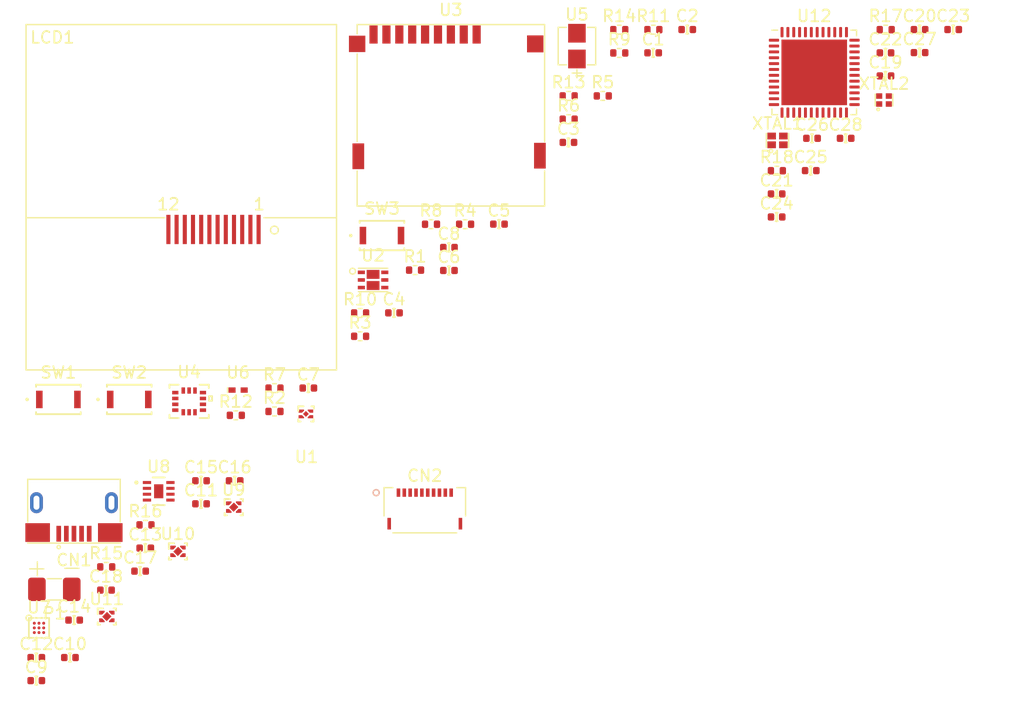
<source format=kicad_pcb>
(kicad_pcb (version 20211014) (generator pcbnew)
  (layers (0 "F.Cu" signal) (31 "B.Cu" signal) (34 "B.Paste" user) (35 "F.Paste" user) (36 "B.SilkS" user "B.Silkscreen") (37 "F.SilkS" user "F.Silkscreen") (38 "B.Mask" user) (39 "F.Mask" user) (44 "Edge.Cuts" user))
  (net 0 "")
  (net 1 "U_GND")
  (net 2 "VPP_3_3V")
  (net 3 "VDD_3_3V")
  (net 4 "Net-(C3-Pad2)")
  (net 5 "Net-(C4-Pad2)")
  (net 6 "Net-(C5-Pad2)")
  (net 7 "VDD")
  (net 8 "/MCU_power/BAT_charge")
  (net 9 "/MCU_power/VUSB")
  (net 10 "GNDREF")
  (net 11 "Net-(C11-Pad2)")
  (net 12 "VBAT")
  (net 13 "+1V8")
  (net 14 "/MCU/STM_NRST")
  (net 15 "Net-(C24-Pad2)")
  (net 16 "/MCU/OSC_OUT")
  (net 17 "/MCU/OSC_IN")
  (net 18 "/MCU/OSC32_OUT")
  (net 19 "/MCU/OSC32_IN")
  (net 20 "/MCU/STM_SWCLK")
  (net 21 "/MCU/STM_SWDIO")
  (net 22 "/LPS_SCLK")
  (net 23 "/I2S_WS")
  (net 24 "/LPS_MISO")
  (net 25 "/I2S_SD")
  (net 26 "/LPS_MOSI")
  (net 27 "/I2S_CK")
  (net 28 "/LPS_CS")
  (net 29 "/LPS_INT")
  (net 30 "/MCU_peripheral/LDC_K")
  (net 31 "/MCU/LCD_DC")
  (net 32 "/MCU/LCD_SCK")
  (net 33 "/MCU/LCD_MOSI")
  (net 34 "/MCU_peripheral/LCD_RST")
  (net 35 "Net-(R1-Pad1)")
  (net 36 "/MCU/LCD_PWM")
  (net 37 "Net-(R2-Pad2)")
  (net 38 "/MCU/SP_PWM")
  (net 39 "Net-(R3-Pad2)")
  (net 40 "/MCU/SD_D2")
  (net 41 "/MCU/SD_D3")
  (net 42 "/MCU/SD_CMD")
  (net 43 "/MCU/SD_D0")
  (net 44 "/MCU/SD_D1")
  (net 45 "/MCU/SW1")
  (net 46 "/MCU/SW2")
  (net 47 "/MCU/SW3")
  (net 48 "Net-(R15-Pad2)")
  (net 49 "/MCU/BAT_CG_POK")
  (net 50 "Net-(R18-Pad1)")
  (net 52 "/MCU_peripheral/SP_M")
  (net 53 "/MCU/SD_SCLK")
  (net 54 "/MCU/SD_SW")
  (net 55 "/MCU/BAT_IMU_SCL")
  (net 56 "/MCU/BAT_IMU_SDA")
  (net 62 "/MCU/BAT_CG_WAKE_OUT")
  (net 63 "/MCU/VPP_EN")
  (footprint "Resistor_SMD:R_0402_1005Metric" (layer "F.Cu") (at 177.16 75.56)
    (fp_text reference "R17" (at 0 -1.17) (layer "F.SilkS"))
    (fp_text value "100k")
    (pad "1" smd roundrect (at -0.51 0) (size 0.54 0.64) (layers "F.Cu" "F.Paste" "F.Mask") (net 3 "VDD_3_3V"))
    (pad "2" smd roundrect (at 0.51 0) (size 0.54 0.64) (layers "F.Cu" "F.Paste" "F.Mask") (net 14 "/MCU/STM_NRST"))
  )
  (footprint "Resistor_SMD:R_0402_1005Metric" (layer "F.Cu") (at 124.99 106.18)
    (fp_text reference "R7" (at 0 -1.17) (layer "F.SilkS"))
    (fp_text value "47k")
    (pad "1" smd roundrect (at -0.51 0) (size 0.54 0.64) (layers "F.Cu" "F.Paste" "F.Mask") (net 43 "/MCU/SD_D0"))
    (pad "2" smd roundrect (at 0.51 0) (size 0.54 0.64) (layers "F.Cu" "F.Paste" "F.Mask") (net 2 "VPP_3_3V"))
  )
  (footprint "User_library:SMT-0340-T-R" (layer "F.Cu") (at 150.805 76.965)
    (fp_text reference "U5" (at 0 -2.7) (layer "F.SilkS"))
    (fp_text value "SMT-0340-T-R")
    (pad "1" smd rect locked (at 0 1.1) (size 1.5 1.6) (layers "F.Cu" "F.Paste" "F.Mask") (net 2 "VPP_3_3V"))
    (pad "2" smd rect locked (at 0 -1.1) (size 1.5 1.6) (layers "F.Cu" "F.Paste" "F.Mask") (net 52 "/MCU_peripheral/SP_M"))
  )
  (footprint "Resistor_SMD:R_0402_1005Metric" (layer "F.Cu") (at 121.69 108.5)
    (fp_text reference "R12" (at 0 -1.17) (layer "F.SilkS"))
    (fp_text value "330")
    (pad "1" smd roundrect (at -0.51 0) (size 0.54 0.64) (layers "F.Cu" "F.Paste" "F.Mask") (net 4 "Net-(C3-Pad2)"))
    (pad "2" smd roundrect (at 0.51 0) (size 0.54 0.64) (layers "F.Cu" "F.Paste" "F.Mask") (net 45 "/MCU/SW1"))
  )
  (footprint "User_library:MAX17262REWL&plus_T" (layer "F.Cu") (at 104.890418 126.657718)
    (fp_text reference "U7" (at 0 -1.75) (layer "F.SilkS"))
    (fp_text value "MAX17262REWL+T" hide)
    (pad "A1" smd circle locked (at -0.4 -0.4) (size 0.254 0.254) (layers "F.Cu" "F.Paste" "F.Mask") (net 8 "/MCU_power/BAT_charge"))
    (pad "A2" smd circle locked (at 0 -0.4) (size 0.254 0.254) (layers "F.Cu" "F.Paste" "F.Mask") (net 8 "/MCU_power/BAT_charge"))
    (pad "A3" smd circle locked (at 0.4 -0.4) (size 0.254 0.254) (layers "F.Cu" "F.Paste" "F.Mask"))
    (pad "B1" smd circle locked (at -0.4 0) (size 0.254 0.254) (layers "F.Cu" "F.Paste" "F.Mask") (net 55 "/MCU/BAT_IMU_SCL"))
    (pad "B2" smd circle locked (at 0 0) (size 0.254 0.254) (layers "F.Cu" "F.Paste" "F.Mask") (net 1 "U_GND"))
    (pad "B3" smd circle locked (at 0.4 0) (size 0.254 0.254) (layers "F.Cu" "F.Paste" "F.Mask") (net 12 "VBAT"))
    (pad "C1" smd circle locked (at -0.4 0.4) (size 0.254 0.254) (layers "F.Cu" "F.Paste" "F.Mask") (net 56 "/MCU/BAT_IMU_SDA"))
    (pad "C2" smd circle locked (at 0 0.4) (size 0.254 0.254) (layers "F.Cu" "F.Paste" "F.Mask") (net 11 "Net-(C11-Pad2)"))
    (pad "C3" smd circle locked (at 0.4 0.4) (size 0.254 0.254) (layers "F.Cu" "F.Paste" "F.Mask") (net 1 "U_GND"))
  )
  (footprint "User_library:UL_C_0402_1005Metric" (layer "F.Cu") (at 167.85 89.59)
    (fp_text reference "C21" (at 0 -1.16) (layer "F.SilkS"))
    (fp_text value "2.2u")
    (pad "1" smd roundrect locked (at -0.48 0) (size 0.56 0.62) (layers "F.Cu" "F.Paste" "F.Mask") (net 1 "U_GND"))
    (pad "2" smd roundrect locked (at 0.48 0) (size 0.56 0.62) (layers "F.Cu" "F.Paste" "F.Mask") (net 3 "VDD_3_3V"))
  )
  (footprint "Resistor_SMD:R_0402_1005Metric" (layer "F.Cu") (at 154.42 77.55)
    (fp_text reference "R9" (at 0 -1.17) (layer "F.SilkS"))
    (fp_text value "100k")
    (pad "1" smd roundrect (at -0.51 0) (size 0.54 0.64) (layers "F.Cu" "F.Paste" "F.Mask") (net 1 "U_GND"))
    (pad "2" smd roundrect (at 0.51 0) (size 0.54 0.64) (layers "F.Cu" "F.Paste" "F.Mask") (net 4 "Net-(C3-Pad2)"))
  )
  (footprint "User_library:UL_C_0402_1005Metric" (layer "F.Cu") (at 104.66 129.19)
    (fp_text reference "C12" (at 0 -1.16) (layer "F.SilkS"))
    (fp_text value "2.2u")
    (pad "1" smd roundrect locked (at -0.48 0) (size 0.56 0.62) (layers "F.Cu" "F.Paste" "F.Mask") (net 8 "/MCU_power/BAT_charge"))
    (pad "2" smd roundrect locked (at 0.48 0) (size 0.56 0.62) (layers "F.Cu" "F.Paste" "F.Mask") (net 10 "GNDREF"))
  )
  (footprint "User_library:UL_C_0402_1005Metric" (layer "F.Cu") (at 107.53 129.19)
    (fp_text reference "C10" (at 0 -1.16) (layer "F.SilkS"))
    (fp_text value "1u")
    (pad "1" smd roundrect locked (at -0.48 0) (size 0.56 0.62) (layers "F.Cu" "F.Paste" "F.Mask") (net 9 "/MCU_power/VUSB"))
    (pad "2" smd roundrect locked (at 0.48 0) (size 0.56 0.62) (layers "F.Cu" "F.Paste" "F.Mask") (net 10 "GNDREF"))
  )
  (footprint "User_library:UL_C_0402_1005Metric" (layer "F.Cu") (at 177.14 77.54)
    (fp_text reference "C22" (at 0 -1.16) (layer "F.SilkS"))
    (fp_text value "100n")
    (pad "1" smd roundrect locked (at -0.48 0) (size 0.56 0.62) (layers "F.Cu" "F.Paste" "F.Mask") (net 1 "U_GND"))
    (pad "2" smd roundrect locked (at 0.48 0) (size 0.56 0.62) (layers "F.Cu" "F.Paste" "F.Mask") (net 3 "VDD_3_3V"))
  )
  (footprint "Resistor_SMD:R_0402_1005Metric" (layer "F.Cu") (at 132.3 99.76)
    (fp_text reference "R10" (at 0 -1.17) (layer "F.SilkS"))
    (fp_text value "100k")
    (pad "1" smd roundrect (at -0.51 0) (size 0.54 0.64) (layers "F.Cu" "F.Paste" "F.Mask") (net 1 "U_GND"))
    (pad "2" smd roundrect (at 0.51 0) (size 0.54 0.64) (layers "F.Cu" "F.Paste" "F.Mask") (net 5 "Net-(C4-Pad2)"))
  )
  (footprint "User_library:UL_C_0402_1005Metric" (layer "F.Cu") (at 180.05 75.55)
    (fp_text reference "C20" (at 0 -1.16) (layer "F.SilkS"))
    (fp_text value "1u")
    (pad "1" smd roundrect locked (at -0.48 0) (size 0.56 0.62) (layers "F.Cu" "F.Paste" "F.Mask") (net 1 "U_GND"))
    (pad "2" smd roundrect locked (at 0.48 0) (size 0.56 0.62) (layers "F.Cu" "F.Paste" "F.Mask") (net 3 "VDD_3_3V"))
  )
  (footprint "User_library:UL_C_0402_1005Metric" (layer "F.Cu") (at 170.76 87.6)
    (fp_text reference "C25" (at 0 -1.16) (layer "F.SilkS"))
    (fp_text value "4p")
    (pad "1" smd roundrect locked (at -0.48 0) (size 0.56 0.62) (layers "F.Cu" "F.Paste" "F.Mask") (net 1 "U_GND"))
    (pad "2" smd roundrect locked (at 0.48 0) (size 0.56 0.62) (layers "F.Cu" "F.Paste" "F.Mask") (net 16 "/MCU/OSC_OUT"))
  )
  (footprint "Resistor_SMD:R_0402_1005Metric" (layer "F.Cu") (at 136.99 96.1)
    (fp_text reference "R1" (at 0 -1.17) (layer "F.SilkS"))
    (fp_text value "100k")
    (pad "1" smd roundrect (at -0.51 0) (size 0.54 0.64) (layers "F.Cu" "F.Paste" "F.Mask") (net 35 "Net-(R1-Pad1)"))
    (pad "2" smd roundrect (at 0.51 0) (size 0.54 0.64) (layers "F.Cu" "F.Paste" "F.Mask") (net 36 "/MCU/LCD_PWM"))
  )
  (footprint "User_library:UL_C_0402_1005Metric" (layer "F.Cu") (at 182.92 75.55)
    (fp_text reference "C23" (at 0 -1.16) (layer "F.SilkS"))
    (fp_text value "100n")
    (pad "1" smd roundrect locked (at -0.48 0) (size 0.56 0.62) (layers "F.Cu" "F.Paste" "F.Mask") (net 1 "U_GND"))
    (pad "2" smd roundrect locked (at 0.48 0) (size 0.56 0.62) (layers "F.Cu" "F.Paste" "F.Mask") (net 14 "/MCU/STM_NRST"))
  )
  (footprint "User_library:UL_C_0402_1005Metric" (layer "F.Cu") (at 180.05 77.52)
    (fp_text reference "C27" (at 0 -1.16) (layer "F.SilkS"))
    (fp_text value "2p")
    (pad "1" smd roundrect locked (at -0.48 0) (size 0.56 0.62) (layers "F.Cu" "F.Paste" "F.Mask") (net 1 "U_GND"))
    (pad "2" smd roundrect locked (at 0.48 0) (size 0.56 0.62) (layers "F.Cu" "F.Paste" "F.Mask") (net 18 "/MCU/OSC32_OUT"))
  )
  (footprint "Resistor_SMD:R_0402_1005Metric" (layer "F.Cu") (at 110.63 121.45)
    (fp_text reference "R15" (at 0 -1.17) (layer "F.SilkS"))
    (fp_text value "8k")
    (pad "1" smd roundrect (at -0.51 0) (size 0.54 0.64) (layers "F.Cu" "F.Paste" "F.Mask") (net 10 "GNDREF"))
    (pad "2" smd roundrect (at 0.51 0) (size 0.54 0.64) (layers "F.Cu" "F.Paste" "F.Mask") (net 48 "Net-(R15-Pad2)"))
  )
  (footprint "User_library:UL_C_0402_1005Metric" (layer "F.Cu") (at 110.61 123.43)
    (fp_text reference "C18" (at 0 -1.16) (layer "F.SilkS"))
    (fp_text value "1u")
    (pad "1" smd roundrect locked (at -0.48 0) (size 0.56 0.62) (layers "F.Cu" "F.Paste" "F.Mask") (net 1 "U_GND"))
    (pad "2" smd roundrect locked (at 0.48 0) (size 0.56 0.62) (layers "F.Cu" "F.Paste" "F.Mask") (net 2 "VPP_3_3V"))
  )
  (footprint "User_library:UL_C_0402_1005Metric" (layer "F.Cu") (at 113.96 119.84)
    (fp_text reference "C13" (at 0 -1.16) (layer "F.SilkS"))
    (fp_text value "1u")
    (pad "1" smd roundrect locked (at -0.48 0) (size 0.56 0.62) (layers "F.Cu" "F.Paste" "F.Mask") (net 1 "U_GND"))
    (pad "2" smd roundrect locked (at 0.48 0) (size 0.56 0.62) (layers "F.Cu" "F.Paste" "F.Mask") (net 12 "VBAT"))
  )
  (footprint "User_library:UL_C_0402_1005Metric" (layer "F.Cu") (at 150.08 85.19)
    (fp_text reference "C3" (at 0 -1.16) (layer "F.SilkS"))
    (fp_text value "100n")
    (pad "1" smd roundrect locked (at -0.48 0) (size 0.56 0.62) (layers "F.Cu" "F.Paste" "F.Mask") (net 3 "VDD_3_3V"))
    (pad "2" smd roundrect locked (at 0.48 0) (size 0.56 0.62) (layers "F.Cu" "F.Paste" "F.Mask") (net 4 "Net-(C3-Pad2)"))
  )
  (footprint "User_library:UL_C_0402_1005Metric" (layer "F.Cu") (at 173.74 84.84)
    (fp_text reference "C28" (at 0 -1.16) (layer "F.SilkS"))
    (fp_text value "2p")
    (pad "1" smd roundrect locked (at -0.48 0) (size 0.56 0.62) (layers "F.Cu" "F.Paste" "F.Mask") (net 1 "U_GND"))
    (pad "2" smd roundrect locked (at 0.48 0) (size 0.56 0.62) (layers "F.Cu" "F.Paste" "F.Mask") (net 19 "/MCU/OSC32_IN"))
  )
  (footprint "User_library:UL_C_0402_1005Metric" (layer "F.Cu") (at 167.85 91.56)
    (fp_text reference "C24" (at 0 -1.16) (layer "F.SilkS"))
    (fp_text value "2.2u")
    (pad "1" smd roundrect locked (at -0.48 0) (size 0.56 0.62) (layers "F.Cu" "F.Paste" "F.Mask") (net 1 "U_GND"))
    (pad "2" smd roundrect locked (at 0.48 0) (size 0.56 0.62) (layers "F.Cu" "F.Paste" "F.Mask") (net 15 "Net-(C24-Pad2)"))
  )
  (footprint "User_library:MSDC-M61408(Micro_SD)" (layer "F.Cu") (at 140.045 82.925)
    (fp_text reference "U3" (at 0 -9.05) (layer "F.SilkS"))
    (fp_text value "MSDC-M61408")
    (pad "" np_thru_hole circle locked (at 3.05 3.85) (size 0.85 0.85) (drill 0.85) (layers *.Cu *.Mask))
    (pad "" np_thru_hole circle locked (at -4.95 3.85) (size 0.85 0.85) (drill 0.85) (layers *.Cu *.Mask))
    (pad "1" smd rect locked (at 2.2 -6.95) (size 0.7 1.55) (layers "F.Cu" "F.Paste" "F.Mask") (net 40 "/MCU/SD_D2"))
    (pad "2" smd rect locked (at 1.1 -6.95) (size 0.7 1.55) (layers "F.Cu" "F.Paste" "F.Mask") (net 41 "/MCU/SD_D3"))
    (pad "3" smd rect locked (at 0 -6.95) (size 0.7 1.55) (layers "F.Cu" "F.Paste" "F.Mask") (net 42 "/MCU/SD_CMD"))
    (pad "4" smd rect locked (at -1.1 -6.95) (size 0.7 1.55) (layers "F.Cu" "F.Paste" "F.Mask") (net 2 "VPP_3_3V"))
    (pad "5" smd rect locked (at -2.2 -6.95) (size 0.7 1.55) (layers "F.Cu" "F.Paste" "F.Mask") (net 53 "/MCU/SD_SCLK"))
    (pad "6" smd rect locked (at -3.3 -6.95) (size 0.7 1.55) (layers "F.Cu" "F.Paste" "F.Mask") (net 1 "U_GND"))
    (pad "7" smd rect locked (at -4.4 -6.95) (size 0.7 1.55) (layers "F.Cu" "F.Paste" "F.Mask") (net 43 "/MCU/SD_D0"))
    (pad "8" smd rect locked (at -5.5 -6.95) (size 0.7 1.55) (layers "F.Cu" "F.Paste" "F.Mask") (net 44 "/MCU/SD_D1"))
    (pad "9" smd rect locked (at -6.6 -6.95) (size 0.7 1.55) (layers "F.Cu" "F.Paste" "F.Mask") (net 54 "/MCU/SD_SW"))
    (pad "PD" smd rect locked (at 7.6 3.4) (size 1 2.2) (layers "F.Cu" "F.Paste" "F.Mask") (net 1 "U_GND"))
    (pad "PD" smd rect locked (at 7.2 -6.15) (size 1.4 1.45) (layers "F.Cu" "F.Paste" "F.Mask") (net 1 "U_GND"))
    (pad "PD" smd rect locked (at -7.9 3.45) (size 1 2.2) (layers "F.Cu" "F.Paste" "F.Mask") (net 1 "U_GND"))
    (pad "PD" smd rect locked (at -8 -6.15) (size 1.4 1.4) (layers "F.Cu" "F.Paste" "F.Mask") (net 1 "U_GND"))
  )
  (footprint "User_library:X2SON-4PIN" (layer "F.Cu") (at 116.750881 120.127399)
    (fp_text reference "U10" (at 0 -1.5) (layer "F.SilkS"))
    (fp_text value "TPS7A2033PDQNR")
    (pad "1" smd custom locked (at -0.51 -0.33) (size 0.18 0.22) (layers "F.Cu" "F.Paste" "F.Mask") (net 3 "VDD_3_3V") (options (clearance outline) (anchor rect)) (primitives (gr_poly (pts (xy 0.27 -0.08) (xy 0.09 0.11) (xy -0.09 0.11) (xy -0.09 -0.11) (xy 0.09 -0.11) (xy 0.27 -0.11)) (width 0) (fill yes)) (gr_poly (pts (xy 0.3 -0.07) (xy 0.1 0.14) (xy -0.12 0.14) (xy -0.12 -0.14) (xy 0.3 -0.14)) (width 0.05) (fill yes))))
    (pad "2" smd custom locked (at -0.51 0.32 180) (size 0.18 0.22) (layers "F.Cu" "F.Paste" "F.Mask") (net 1 "U_GND") (options (clearance outline) (anchor rect)) (primitives (gr_poly (pts (xy -0.27 -0.08) (xy -0.09 0.11) (xy 0.09 0.11) (xy 0.09 -0.11) (xy -0.09 -0.11) (xy -0.27 -0.11)) (width 0) (fill yes)) (gr_poly (pts (xy -0.3 -0.07) (xy -0.1 0.14) (xy 0.12 0.14) (xy 0.12 -0.14) (xy -0.3 -0.14)) (width 0.05) (fill yes))))
    (pad "3" smd custom locked (at 0.51 0.32 180) (size 0.18 0.22) (layers "F.Cu" "F.Paste" "F.Mask") (net 12 "VBAT") (options (clearance outline) (anchor rect)) (primitives (gr_poly (pts (xy 0.27 -0.08) (xy 0.09 0.11) (xy -0.09 0.11) (xy -0.09 -0.11) (xy 0.09 -0.11) (xy 0.27 -0.11)) (width 0) (fill yes)) (gr_poly (pts (xy 0.3 -0.07) (xy 0.1 0.14) (xy -0.12 0.14) (xy -0.12 -0.14) (xy 0.3 -0.14)) (width 0.05) (fill yes))))
    (pad "4" smd custom locked (at 0.51 -0.33) (size 0.18 0.22) (layers "F.Cu" "F.Paste" "F.Mask") (net 12 "VBAT") (options (clearance outline) (anchor rect)) (primitives (gr_poly (pts (xy -0.27 -0.08) (xy -0.09 0.11) (xy 0.09 0.11) (xy 0.09 -0.11) (xy -0.09 -0.11) (xy -0.27 -0.11)) (width 0) (fill yes)) (gr_poly (pts (xy -0.3 -0.07) (xy -0.1 0.14) (xy 0.12 0.14) (xy 0.12 -0.14) (xy -0.3 -0.14)) (width 0.05) (fill yes))))
    (pad "5" smd rect locked (at 0 0 135) (size 0.54 0.58) (layers "F.Cu" "F.Paste" "F.Mask") (net 1 "U_GND"))
  )
  (footprint "Resistor_SMD:R_0402_1005Metric" (layer "F.Cu") (at 150.1 83.21)
    (fp_text reference "R6" (at 0 -1.17) (layer "F.SilkS"))
    (fp_text value "47k")
    (pad "1" smd roundrect (at -0.51 0) (size 0.54 0.64) (layers "F.Cu" "F.Paste" "F.Mask") (net 42 "/MCU/SD_CMD"))
    (pad "2" smd roundrect (at 0.51 0) (size 0.54 0.64) (layers "F.Cu" "F.Paste" "F.Mask") (net 2 "VPP_3_3V"))
  )
  (footprint "User_library:UL_C_0402_1005Metric" (layer "F.Cu") (at 144.15 92.17)
    (fp_text reference "C5" (at 0 -1.16) (layer "F.SilkS"))
    (fp_text value "100n")
    (pad "1" smd roundrect locked (at -0.48 0) (size 0.56 0.62) (layers "F.Cu" "F.Paste" "F.Mask") (net 3 "VDD_3_3V"))
    (pad "2" smd roundrect locked (at 0.48 0) (size 0.56 0.62) (layers "F.Cu" "F.Paste" "F.Mask") (net 6 "Net-(C5-Pad2)"))
  )
  (footprint "Resistor_SMD:R_0402_1005Metric" (layer "F.Cu") (at 167.87 87.61)
    (fp_text reference "R18" (at 0 -1.17) (layer "F.SilkS"))
    (fp_text value "10k")
    (pad "1" smd roundrect (at -0.51 0) (size 0.54 0.64) (layers "F.Cu" "F.Paste" "F.Mask") (net 50 "Net-(R18-Pad1)"))
    (pad "2" smd roundrect (at 0.51 0) (size 0.54 0.64) (layers "F.Cu" "F.Paste" "F.Mask") (net 1 "U_GND"))
  )
  (footprint "User_library:NSV60101DMTWTBG" (layer "F.Cu") (at 133.405 96.9385)
    (fp_text reference "U2" (at 0 -2.1) (layer "F.SilkS"))
    (fp_text value "NSV60101DMTWTBG" hide)
    (pad "1" smd rect locked (at -1.0009 -0.649999 90) (size 0.3056 0.604799) (layers "F.Cu" "F.Paste" "F.Mask") (net 1 "U_GND"))
    (pad "2" smd rect locked (at -1.0009 0 90) (size 0.3056 0.604799) (layers "F.Cu" "F.Paste" "F.Mask") (net 35 "Net-(R1-Pad1)"))
    (pad "3" smd rect locked (at -1.0009 0.649999 90) (size 0.3056 0.604799) (layers "F.Cu" "F.Paste" "F.Mask") (net 52 "/MCU_peripheral/SP_M"))
    (pad "4" smd rect locked (at 1.0009 0.649999 90) (size 0.3056 0.604799) (layers "F.Cu" "F.Paste" "F.Mask") (net 1 "U_GND"))
    (pad "5" smd rect locked (at 1.0009 0 90) (size 0.3056 0.604799) (layers "F.Cu" "F.Paste" "F.Mask") (net 39 "Net-(R3-Pad2)"))
    (pad "6" smd rect locked (at 1.0009 -0.649999 90) (size 0.3056 0.604799) (layers "F.Cu" "F.Paste" "F.Mask") (net 37 "Net-(R2-Pad2)"))
    (pad "7" smd rect locked (at 0 -0.475) (size 1.0922 0.762) (layers "F.Cu" "F.Paste" "F.Mask") (net 37 "Net-(R2-Pad2)"))
    (pad "8" smd rect locked (at 0 0.475) (size 1.0922 0.762) (layers "F.Cu" "F.Paste" "F.Mask") (net 52 "/MCU_peripheral/SP_M"))
  )
  (footprint "Package_DFN_QFN:QFN-48-1EP_7x7mm_P0.5mm_EP5.6x5.6mm" (layer "F.Cu") (at 171.06 79.21)
    (fp_text reference "U12" (at 0 -4.82) (layer "F.SilkS"))
    (fp_text value "STM32F413CGUx")
    (pad "1" smd roundrect (at -3.4375 -2.75) (size 0.875 0.25) (layers "F.Cu" "F.Paste" "F.Mask") (net 3 "VDD_3_3V"))
    (pad "2" smd roundrect (at -3.4375 -2.25) (size 0.875 0.25) (layers "F.Cu" "F.Paste" "F.Mask") (net 28 "/LPS_CS"))
    (pad "3" smd roundrect (at -3.4375 -1.75) (size 0.875 0.25) (layers "F.Cu" "F.Paste" "F.Mask") (net 19 "/MCU/OSC32_IN"))
    (pad "4" smd roundrect (at -3.4375 -1.25) (size 0.875 0.25) (layers "F.Cu" "F.Paste" "F.Mask") (net 18 "/MCU/OSC32_OUT"))
    (pad "5" smd roundrect (at -3.4375 -0.75) (size 0.875 0.25) (layers "F.Cu" "F.Paste" "F.Mask") (net 17 "/MCU/OSC_IN"))
    (pad "6" smd roundrect (at -3.4375 -0.25) (size 0.875 0.25) (layers "F.Cu" "F.Paste" "F.Mask") (net 16 "/MCU/OSC_OUT"))
    (pad "7" smd roundrect (at -3.4375 0.25) (size 0.875 0.25) (layers "F.Cu" "F.Paste" "F.Mask") (net 14 "/MCU/STM_NRST"))
    (pad "8" smd roundrect (at -3.4375 0.75) (size 0.875 0.25) (layers "F.Cu" "F.Paste" "F.Mask") (net 1 "U_GND"))
    (pad "9" smd roundrect (at -3.4375 1.25) (size 0.875 0.25) (layers "F.Cu" "F.Paste" "F.Mask") (net 3 "VDD_3_3V"))
    (pad "10" smd roundrect (at -3.4375 1.75) (size 0.875 0.25) (layers "F.Cu" "F.Paste" "F.Mask") (net 62 "/MCU/BAT_CG_WAKE_OUT"))
    (pad "11" smd roundrect (at -3.4375 2.25) (size 0.875 0.25) (layers "F.Cu" "F.Paste" "F.Mask") (net 25 "/I2S_SD"))
    (pad "12" smd roundrect (at -3.4375 2.75) (size 0.875 0.25) (layers "F.Cu" "F.Paste" "F.Mask") (net 36 "/MCU/LCD_PWM"))
    (pad "13" smd roundrect (at -2.75 3.4375) (size 0.25 0.875) (layers "F.Cu" "F.Paste" "F.Mask") (net 49 "/MCU/BAT_CG_POK"))
    (pad "14" smd roundrect (at -2.25 3.4375) (size 0.25 0.875) (layers "F.Cu" "F.Paste" "F.Mask") (net 46 "/MCU/SW2"))
    (pad "15" smd roundrect (at -1.75 3.4375) (size 0.25 0.875) (layers "F.Cu" "F.Paste" "F.Mask") (net 45 "/MCU/SW1"))
    (pad "16" smd roundrect (at -1.25 3.4375) (size 0.25 0.875) (layers "F.Cu" "F.Paste" "F.Mask") (net 42 "/MCU/SD_CMD"))
    (pad "17" smd roundrect (at -0.75 3.4375) (size 0.25 0.875) (layers "F.Cu" "F.Paste" "F.Mask") (net 47 "/MCU/SW3"))
    (pad "18" smd roundrect (at -0.25 3.4375) (size 0.25 0.875) (layers "F.Cu" "F.Paste" "F.Mask") (net 32 "/MCU/LCD_SCK"))
    (pad "19" smd roundrect (at 0.25 3.4375) (size 0.25 0.875) (layers "F.Cu" "F.Paste" "F.Mask") (net 38 "/MCU/SP_PWM"))
    (pad "20" smd roundrect (at 0.75 3.4375) (size 0.25 0.875) (layers "F.Cu" "F.Paste" "F.Mask") (net 31 "/MCU/LCD_DC"))
    (pad "21" smd roundrect (at 1.25 3.4375) (size 0.25 0.875) (layers "F.Cu" "F.Paste" "F.Mask") (net 22 "/LPS_SCLK"))
    (pad "22" smd roundrect (at 1.75 3.4375) (size 0.25 0.875) (layers "F.Cu" "F.Paste" "F.Mask") (net 15 "Net-(C24-Pad2)"))
    (pad "23" smd roundrect (at 2.25 3.4375) (size 0.25 0.875) (layers "F.Cu" "F.Paste" "F.Mask") (net 1 "U_GND"))
    (pad "24" smd roundrect (at 2.75 3.4375) (size 0.25 0.875) (layers "F.Cu" "F.Paste" "F.Mask") (net 3 "VDD_3_3V"))
    (pad "25" smd roundrect (at 3.4375 2.75) (size 0.875 0.25) (layers "F.Cu" "F.Paste" "F.Mask") (net 23 "/I2S_WS"))
    (pad "26" smd roundrect (at 3.4375 2.25) (size 0.875 0.25) (layers "F.Cu" "F.Paste" "F.Mask") (net 27 "/I2S_CK"))
    (pad "27" smd roundrect (at 3.4375 1.75) (size 0.875 0.25) (layers "F.Cu" "F.Paste" "F.Mask") (net 24 "/LPS_MISO"))
    (pad "28" smd roundrect (at 3.4375 1.25) (size 0.875 0.25) (layers "F.Cu" "F.Paste" "F.Mask") (net 53 "/MCU/SD_SCLK"))
    (pad "29" smd roundrect (at 3.4375 0.75) (size 0.875 0.25) (layers "F.Cu" "F.Paste" "F.Mask") (net 44 "/MCU/SD_D1"))
    (pad "30" smd roundrect (at 3.4375 0.25) (size 0.875 0.25) (layers "F.Cu" "F.Paste" "F.Mask") (net 40 "/MCU/SD_D2"))
    (pad "31" smd roundrect (at 3.4375 -0.25) (size 0.875 0.25) (layers "F.Cu" "F.Paste" "F.Mask") (net 26 "/LPS_MOSI"))
    (pad "32" smd roundrect (at 3.4375 -0.75) (size 0.875 0.25) (layers "F.Cu" "F.Paste" "F.Mask") (net 54 "/MCU/SD_SW"))
    (pad "33" smd roundrect (at 3.4375 -1.25) (size 0.875 0.25) (layers "F.Cu" "F.Paste" "F.Mask") (net 63 "/MCU/VPP_EN"))
    (pad "34" smd roundrect (at 3.4375 -1.75) (size 0.875 0.25) (layers "F.Cu" "F.Paste" "F.Mask") (net 21 "/MCU/STM_SWDIO"))
    (pad "35" smd roundrect (at 3.4375 -2.25) (size 0.875 0.25) (layers "F.Cu" "F.Paste" "F.Mask") (net 1 "U_GND"))
    (pad "36" smd roundrect (at 3.4375 -2.75) (size 0.875 0.25) (layers "F.Cu" "F.Paste" "F.Mask") (net 3 "VDD_3_3V"))
    (pad "37" smd roundrect (at 2.75 -3.4375) (size 0.25 0.875) (layers "F.Cu" "F.Paste" "F.Mask") (net 20 "/MCU/STM_SWCLK"))
    (pad "38" smd roundrect (at 2.25 -3.4375) (size 0.25 0.875) (layers "F.Cu" "F.Paste" "F.Mask"))
    (pad "39" smd roundrect (at 1.75 -3.4375) (size 0.25 0.875) (layers "F.Cu" "F.Paste" "F.Mask") (net 29 "/LPS_INT"))
    (pad "40" smd roundrect (at 1.25 -3.4375) (size 0.25 0.875) (layers "F.Cu" "F.Paste" "F.Mask") (net 43 "/MCU/SD_D0"))
    (pad "41" smd roundrect (at 0.75 -3.4375) (size 0.25 0.875) (layers "F.Cu" "F.Paste" "F.Mask") (net 41 "/MCU/SD_D3"))
    (pad "42" smd roundrect (at 0.25 -3.4375) (size 0.25 0.875) (layers "F.Cu" "F.Paste" "F.Mask") (net 55 "/MCU/BAT_IMU_SCL"))
    (pad "43" smd roundrect (at -0.25 -3.4375) (size 0.25 0.875) (layers "F.Cu" "F.Paste" "F.Mask") (net 56 "/MCU/BAT_IMU_SDA"))
    (pad "44" smd roundrect (at -0.75 -3.4375) (size 0.25 0.875) (layers "F.Cu" "F.Paste" "F.Mask") (net 50 "Net-(R18-Pad1)"))
    (pad "45" smd roundrect (at -1.25 -3.4375) (size 0.25 0.875) (layers "F.Cu" "F.Paste" "F.Mask") (net 33 "/MCU/LCD_MOSI"))
    (pad "46" smd roundrect (at -1.75 -3.4375) (size 0.25 0.875) (layers "F.Cu" "F.Paste" "F.Mask") (net 34 "/MCU_peripheral/LCD_RST"))
    (pad "47" smd roundrect (at -2.25 -3.4375) (size 0.25 0.875) (layers "F.Cu" "F.Paste" "F.Mask") (net 1 "U_GND"))
    (pad "48" smd roundrect (at -2.75 -3.4375) (size 0.25 0.875) (layers "F.Cu" "F.Paste" "F.Mask") (net 3 "VDD_3_3V"))
    (pad "49" smd rect (at 0 0) (size 5.6 5.6) (layers "F.Cu" "F.Mask") (net 1 "U_GND"))
  )
  (footprint "User_library:UL_C_0402_1005Metric" (layer "F.Cu") (at 139.88 94.16)
    (fp_text reference "C8" (at 0 -1.16) (layer "F.SilkS"))
    (fp_text value "0.1u")
    (pad "1" smd roundrect locked (at -0.48 0) (size 0.56 0.62) (layers "F.Cu" "F.Paste" "F.Mask") (net 7 "VDD"))
    (pad "2" smd roundrect locked (at 0.48 0) (size 0.56 0.62) (layers "F.Cu" "F.Paste" "F.Mask") (net 1 "U_GND"))
  )
  (footprint "User_library:TLV803EA29DPWR" (layer "F.Cu") (at 127.6712 108.3812)
    (fp_text reference "U1" (at 0.05 3.675) (layer "F.SilkS"))
    (fp_text value "TLV803EA29DPWR")
    (pad "1" smd custom (at -0.48 -0.24) (size 0.18 0.22) (layers "F.Cu" "F.Paste" "F.Mask") (net 34 "/MCU_peripheral/LCD_RST") (options (clearance outline) (anchor rect)) (primitives (gr_poly (pts (xy 0.3 -0.05) (xy 0.14 0.11) (xy -0.12 0.11) (xy -0.12 -0.11) (xy 0.3 -0.11)) (width 0.05) (fill yes))))
    (pad "2" smd custom (at -0.48 0.24 180) (size 0.22 0.22) (layers "F.Cu" "F.Paste" "F.Mask") (options (clearance outline) (anchor rect)) (primitives (gr_poly (pts (xy -0.3 -0.05) (xy -0.14 0.11) (xy 0.12 0.11) (xy 0.12 -0.11) (xy -0.3 -0.11)) (width 0.05) (fill yes))))
    (pad "3" smd rect (at 0 0 135) (size 0.35 0.35) (layers "F.Cu" "F.Paste" "F.Mask") (net 1 "U_GND"))
    (pad "4" smd custom (at 0.48 0.24 180) (size 0.18 0.22) (layers "F.Cu" "F.Paste" "F.Mask") (net 1 "U_GND") (options (clearance outline) (anchor rect)) (primitives (gr_poly (pts (xy 0.3 -0.05) (xy 0.14 0.11) (xy -0.12 0.11) (xy -0.12 -0.11) (xy 0.3 -0.11)) (width 0.05) (fill yes))))
    (pad "5" smd custom (at 0.48 -0.24) (size 0.18 0.22) (layers "F.Cu" "F.Paste" "F.Mask") (net 2 "VPP_3_3V") (options (clearance outline) (anchor rect)) (primitives (gr_poly (pts (xy -0.3 -0.05) (xy -0.14 0.11) (xy 0.12 0.11) (xy 0.12 -0.11) (xy -0.3 -0.11)) (width 0.05) (fill yes))))
  )
  (footprint "Resistor_SMD:R_0402_1005Metric" (layer "F.Cu") (at 124.99 108.17)
    (fp_text reference "R2" (at 0 -1.17) (layer "F.SilkS"))
    (fp_text value "10")
    (pad "1" smd roundrect (at -0.51 0) (size 0.54 0.64) (layers "F.Cu" "F.Paste" "F.Mask") (net 30 "/MCU_peripheral/LDC_K"))
    (pad "2" smd roundrect (at 0.51 0) (size 0.54 0.64) (layers "F.Cu" "F.Paste" "F.Mask") (net 37 "Net-(R2-Pad2)"))
  )
  (footprint "User_library:UL_C_0402_1005Metric" (layer "F.Cu") (at 160.22 75.55)
    (fp_text reference "C2" (at 0 -1.16) (layer "F.SilkS"))
    (fp_text value "4.7u")
    (pad "1" smd roundrect locked (at -0.48 0) (size 0.56 0.62) (layers "F.Cu" "F.Paste" "F.Mask") (net 1 "U_GND"))
    (pad "2" smd roundrect locked (at 0.48 0) (size 0.56 0.62) (layers "F.Cu" "F.Paste" "F.Mask") (net 2 "VPP_3_3V"))
  )
  (footprint "Resistor_SMD:R_0402_1005Metric" (layer "F.Cu") (at 157.33 75.56)
    (fp_text reference "R11" (at 0 -1.17) (layer "F.SilkS"))
    (fp_text value "100k")
    (pad "1" smd roundrect (at -0.51 0) (size 0.54 0.64) (layers "F.Cu" "F.Paste" "F.Mask") (net 1 "U_GND"))
    (pad "2" smd roundrect (at 0.51 0) (size 0.54 0.64) (layers "F.Cu" "F.Paste" "F.Mask") (net 6 "Net-(C5-Pad2)"))
  )
  (footprint "User_library:ABS04W" (layer "F.Cu") (at 177.015 81.57)
    (fp_text reference "XTAL2" (at 0 -1.4) (layer "F.SilkS"))
    (fp_text value "ABS04W-32.768KHZ-6-D2-T5")
    (pad "1" smd rect locked (at -0.41 0.34) (size 0.52 0.47) (layers "F.Cu" "F.Paste" "F.Mask") (net 18 "/MCU/OSC32_OUT"))
    (pad "2" smd rect locked (at 0.41 0.34) (size 0.52 0.47) (layers "F.Cu" "F.Paste" "F.Mask") (net 1 "U_GND"))
    (pad "3" smd rect locked (at 0.41 -0.34) (size 0.52 0.47) (layers "F.Cu" "F.Paste" "F.Mask") (net 19 "/MCU/OSC32_IN"))
    (pad "4" smd rect locked (at -0.41 -0.34) (size 0.52 0.47) (layers "F.Cu" "F.Paste" "F.Mask") (net 1 "U_GND"))
  )
  (footprint "User_library:UL_C_0402_1005Metric" (layer "F.Cu") (at 177.14 79.51)
    (fp_text reference "C19" (at 0 -1.16) (layer "F.SilkS"))
    (fp_text value "100n")
    (pad "1" smd roundrect locked (at -0.48 0) (size 0.56 0.62) (layers "F.Cu" "F.Paste" "F.Mask") (net 1 "U_GND"))
    (pad "2" smd roundrect locked (at 0.48 0) (size 0.56 0.62) (layers "F.Cu" "F.Paste" "F.Mask") (net 3 "VDD_3_3V"))
  )
  (footprint "Resistor_SMD:R_0402_1005Metric" (layer "F.Cu") (at 141.26 92.18)
    (fp_text reference "R4" (at 0 -1.17) (layer "F.SilkS"))
    (fp_text value "47k")
    (pad "1" smd roundrect (at -0.51 0) (size 0.54 0.64) (layers "F.Cu" "F.Paste" "F.Mask") (net 40 "/MCU/SD_D2"))
    (pad "2" smd roundrect (at 0.51 0) (size 0.54 0.64) (layers "F.Cu" "F.Paste" "F.Mask") (net 2 "VPP_3_3V"))
  )
  (footprint "User_library:Battey_PAD" (layer "F.Cu") (at 106.2 123.365)
    (fp_text reference "P1" (at 0 2.05) (layer "F.SilkS"))
    (fp_text value "Battey_PAD")
    (pad "1" smd roundrect locked (at -1.4875 0) (size 1.5 2) (layers "F.Cu" "F.Paste" "F.Mask") (roundrect_rratio 0.175) (net 8 "/MCU_power/BAT_charge"))
    (pad "2" smd roundrect locked (at 1.4875 0) (size 1.5 2) (layers "F.Cu" "F.Paste" "F.Mask") (roundrect_rratio 0.175) (net 10 "GNDREF"))
  )
  (footprint "User_library:UL_C_0402_1005Metric" (layer "F.Cu") (at 118.72 114.09)
    (fp_text reference "C15" (at 0 -1.16) (layer "F.SilkS"))
    (fp_text value "1u")
    (pad "1" smd roundrect locked (at -0.48 0) (size 0.56 0.62) (layers "F.Cu" "F.Paste" "F.Mask") (net 1 "U_GND"))
    (pad "2" smd roundrect locked (at 0.48 0) (size 0.56 0.62) (layers "F.Cu" "F.Paste" "F.Mask") (net 12 "VBAT"))
  )
  (footprint "User_library:CDBQR43-HF" (layer "F.Cu") (at 121.885899 106.3454)
    (fp_text reference "U6" (at 0 -1.5) (layer "F.SilkS"))
    (fp_text value "CDBQR43-HF")
    (pad "1" smd rect locked (at -0.5183 0) (size 0.604799 0.458) (layers "F.Cu" "F.Paste" "F.Mask") (net 2 "VPP_3_3V"))
    (pad "2" smd rect locked (at 0.5183 0) (size 0.604799 0.458) (layers "F.Cu" "F.Paste" "F.Mask") (net 52 "/MCU_peripheral/SP_M"))
  )
  (footprint "User_library:UL_C_0402_1005Metric" (layer "F.Cu") (at 139.88 96.13)
    (fp_text reference "C6" (at 0 -1.16) (layer "F.SilkS"))
    (fp_text value "0.1u")
    (pad "1" smd roundrect locked (at -0.48 0) (size 0.56 0.62) (layers "F.Cu" "F.Paste" "F.Mask") (net 7 "VDD"))
    (pad "2" smd roundrect locked (at 0.48 0) (size 0.56 0.62) (layers "F.Cu" "F.Paste" "F.Mask") (net 1 "U_GND"))
  )
  (footprint "User_library:UL_C_0402_1005Metric" (layer "F.Cu") (at 170.87 84.84)
    (fp_text reference "C26" (at 0 -1.16) (layer "F.SilkS"))
    (fp_text value "4p")
    (pad "1" smd roundrect locked (at -0.48 0) (size 0.56 0.62) (layers "F.Cu" "F.Paste" "F.Mask") (net 1 "U_GND"))
    (pad "2" smd roundrect locked (at 0.48 0) (size 0.56 0.62) (layers "F.Cu" "F.Paste" "F.Mask") (net 17 "/MCU/OSC_IN"))
  )
  (footprint "Resistor_SMD:R_0402_1005Metric" (layer "F.Cu") (at 153.01 81.22)
    (fp_text reference "R5" (at 0 -1.17) (layer "F.SilkS"))
    (fp_text value "47k")
    (pad "1" smd roundrect (at -0.51 0) (size 0.54 0.64) (layers "F.Cu" "F.Paste" "F.Mask") (net 41 "/MCU/SD_D3"))
    (pad "2" smd roundrect (at 0.51 0) (size 0.54 0.64) (layers "F.Cu" "F.Paste" "F.Mask") (net 2 "VPP_3_3V"))
  )
  (footprint "User_library:UL_C_0402_1005Metric" (layer "F.Cu") (at 127.88 106.17)
    (fp_text reference "C7" (at 0 -1.16) (layer "F.SilkS"))
    (fp_text value "10u")
    (pad "1" smd roundrect locked (at -0.48 0) (size 0.56 0.62) (layers "F.Cu" "F.Paste" "F.Mask") (net 1 "U_GND"))
    (pad "2" smd roundrect locked (at 0.48 0) (size 0.56 0.62) (layers "F.Cu" "F.Paste" "F.Mask") (net 2 "VPP_3_3V"))
  )
  (footprint "User_library:UL_C_0402_1005Metric" (layer "F.Cu") (at 104.66 131.16)
    (fp_text reference "C9" (at 0 -1.16) (layer "F.SilkS"))
    (fp_text value "0.1u")
    (pad "1" smd roundrect locked (at -0.48 0) (size 0.56 0.62) (layers "F.Cu" "F.Paste" "F.Mask") (net 1 "U_GND"))
    (pad "2" smd roundrect locked (at 0.48 0) (size 0.56 0.62) (layers "F.Cu" "F.Paste" "F.Mask") (net 8 "/MCU_power/BAT_charge"))
  )
  (footprint "Resistor_SMD:R_0402_1005Metric" (layer "F.Cu") (at 154.42 75.56)
    (fp_text reference "R14" (at 0 -1.17) (layer "F.SilkS"))
    (fp_text value "330")
    (pad "1" smd roundrect (at -0.51 0) (size 0.54 0.64) (layers "F.Cu" "F.Paste" "F.Mask") (net 6 "Net-(C5-Pad2)"))
    (pad "2" smd roundrect (at 0.51 0) (size 0.54 0.64) (layers "F.Cu" "F.Paste" "F.Mask") (net 47 "/MCU/SW3"))
  )
  (footprint "User_library:ABM12W" (layer "F.Cu") (at 167.925 85.02)
    (fp_text reference "XTAL1" (at 0 -1.45) (layer "F.SilkS"))
    (fp_text value "ABM12W-25.0000MHZ-7-B1U-T3")
    (pad "1" smd rect locked (at -0.5 0.375) (size 0.73 0.58) (layers "F.Cu" "F.Paste" "F.Mask") (net 16 "/MCU/OSC_OUT"))
    (pad "2" smd rect locked (at 0.5 0.375) (size 0.73 0.58) (layers "F.Cu" "F.Paste" "F.Mask") (net 1 "U_GND"))
    (pad "3" smd rect locked (at 0.5 -0.375) (size 0.73 0.58) (layers "F.Cu" "F.Paste" "F.Mask") (net 17 "/MCU/OSC_IN"))
    (pad "4" smd rect locked (at -0.5 -0.375) (size 0.73 0.58) (layers "F.Cu" "F.Paste" "F.Mask") (net 1 "U_GND"))
  )
  (footprint "User_library:UL_C_0402_1005Metric" (layer "F.Cu") (at 157.31 77.54)
    (fp_text reference "C1" (at 0 -1.16) (layer "F.SilkS"))
    (fp_text value "4.7u")
    (pad "1" smd roundrect locked (at -0.48 0) (size 0.56 0.62) (layers "F.Cu" "F.Paste" "F.Mask") (net 1 "U_GND"))
    (pad "2" smd roundrect locked (at 0.48 0) (size 0.56 0.62) (layers "F.Cu" "F.Paste" "F.Mask") (net 2 "VPP_3_3V"))
  )
  (footprint "User_library:EVP-AWED2A" (layer "F.Cu") (at 134.1644 93.1455)
    (fp_text reference "SW3" (at 0 -2.3) (layer "F.SilkS"))
    (fp_text value "EVP-AWED2A")
    (pad "1" smd rect locked (at -1.6256 0) (size 0.5588 1.4986) (layers "F.Cu" "F.Paste" "F.Mask") (net 3 "VDD_3_3V"))
    (pad "2" smd rect locked (at 1.6256 0) (size 0.5588 1.4986) (layers "F.Cu" "F.Paste" "F.Mask") (net 6 "Net-(C5-Pad2)"))
  )
  (footprint "User_library:X2SON-4PIN" (layer "F.Cu") (at 110.680881 125.687399)
    (fp_text reference "U11" (at 0 -1.5) (layer "F.SilkS"))
    (fp_text value "TPS7A2033PDQNR")
    (pad "1" smd custom locked (at -0.51 -0.33) (size 0.18 0.22) (layers "F.Cu" "F.Paste" "F.Mask") (net 2 "VPP_3_3V") (options (clearance outline) (anchor rect)) (primitives (gr_poly (pts (xy 0.27 -0.08) (xy 0.09 0.11) (xy -0.09 0.11) (xy -0.09 -0.11) (xy 0.09 -0.11) (xy 0.27 -0.11)) (width 0) (fill yes)) (gr_poly (pts (xy 0.3 -0.07) (xy 0.1 0.14) (xy -0.12 0.14) (xy -0.12 -0.14) (xy 0.3 -0.14)) (width 0.05) (fill yes))))
    (pad "2" smd custom locked (at -0.51 0.32 180) (size 0.18 0.22) (layers "F.Cu" "F.Paste" "F.Mask") (net 1 "U_GND") (options (clearance outline) (anchor rect)) (primitives (gr_poly (pts (xy -0.27 -0.08) (xy -0.09 0.11) (xy 0.09 0.11) (xy 0.09 -0.11) (xy -0.09 -0.11) (xy -0.27 -0.11)) (width 0) (fill yes)) (gr_poly (pts (xy -0.3 -0.07) (xy -0.1 0.14) (xy 0.12 0.14) (xy 0.12 -0.14) (xy -0.3 -0.14)) (width 0.05) (fill yes))))
    (pad "3" smd custom locked (at 0.51 0.32 180) (size 0.18 0.22) (layers "F.Cu" "F.Paste" "F.Mask") (net 63 "/MCU/VPP_EN") (options (clearance outline) (anchor rect)) (primitives (gr_poly (pts (xy 0.27 -0.08) (xy 0.09 0.11) (xy -0.09 0.11) (xy -0.09 -0.11) (xy 0.09 -0.11) (xy 0.27 -0.11)) (width 0) (fill yes)) (gr_poly (pts (xy 0.3 -0.07) (xy 0.1 0.14) (xy -0.12 0.14) (xy -0.12 -0.14) (xy 0.3 -0.14)) (width 0.05) (fill yes))))
    (pad "4" smd custom locked (at 0.51 -0.33) (size 0.18 0.22) (layers "F.Cu" "F.Paste" "F.Mask") (net 12 "VBAT") (options (clearance outline) (anchor rect)) (primitives (gr_poly (pts (xy -0.27 -0.08) (xy -0.09 0.11) (xy 0.09 0.11) (xy 0.09 -0.11) (xy -0.09 -0.11) (xy -0.27 -0.11)) (width 0) (fill yes)) (gr_poly (pts (xy -0.3 -0.07) (xy -0.1 0.14) (xy 0.12 0.14) (xy 0.12 -0.14) (xy -0.3 -0.14)) (width 0.05) (fill yes))))
    (pad "5" smd rect locked (at 0 0 135) (size 0.54 0.58) (layers "F.Cu" "F.Paste" "F.Mask") (net 1 "U_GND"))
  )
  (footprint "User_library:MCU-U52105" (layer "F.Cu") (at 107.875 115.965)
    (fp_text reference "CN1" (at 0 4.9) (layer "F.SilkS"))
    (fp_text value "MCU-U52105" hide)
    (pad "1" smd rect locked (at -1.3 2.65) (size 0.4 1.35) (layers "F.Cu" "F.Paste" "F.Mask") (net 10 "GNDREF"))
    (pad "2" smd rect locked (at -0.65 2.65) (size 0.4 1.35) (layers "F.Cu" "F.Paste" "F.Mask") (net 14 "/MCU/STM_NRST"))
    (pad "3" smd rect locked (at 0 2.65) (size 0.4 1.35) (layers "F.Cu" "F.Paste" "F.Mask") (net 20 "/MCU/STM_SWCLK"))
    (pad "4" smd rect locked (at 0.65 2.65) (size 0.4 1.35) (layers "F.Cu" "F.Paste" "F.Mask") (net 21 "/MCU/STM_SWDIO"))
    (pad "5" smd rect locked (at 1.3 2.65) (size 0.4 1.35) (layers "F.Cu" "F.Paste" "F.Mask") (net 9 "/MCU_power/VUSB"))
    (pad "PD" thru_hole oval locked (at -3.2 0) (size 1.1 1.8) (drill oval 0.5 1.2) (layers *.Cu *.Mask) (net 10 "GNDREF"))
    (pad "PD" smd rect locked (at 3.1 2.55) (size 2.1 1.6) (layers "F.Cu" "F.Paste" "F.Mask") (net 10 "GNDREF"))
    (pad "PD" smd rect locked (at -3.1 2.55) (size 2.1 1.6) (layers "F.Cu" "F.Paste" "F.Mask") (net 10 "GNDREF"))
    (pad "PD" thru_hole oval locked (at 3.2 0) (size 1.1 1.8) (drill oval 0.5 1.2) (layers *.Cu *.Mask) (net 10 "GNDREF"))
  )
  (footprint "User_library:EVP-AWED2A" (layer "F.Cu") (at 106.5444 107.1455)
    (fp_text reference "SW1" (at 0 -2.3) (layer "F.SilkS"))
    (fp_text value "EVP-AWED2A")
    (pad "1" smd rect locked (at -1.6256 0) (size 0.5588 1.4986) (layers "F.Cu" "F.Paste" "F.Mask") (net 3 "VDD_3_3V"))
    (pad "2" smd rect locked (at 1.6256 0) (size 0.5588 1.4986) (layers "F.Cu" "F.Paste" "F.Mask") (net 4 "Net-(C3-Pad2)"))
  )
  (footprint "User_library:MAX8814ETA&plus_T" (layer "F.Cu") (at 115.107699 114.9893)
    (fp_text reference "U8" (at 0 -2.1) (layer "F.SilkS"))
    (fp_text value "MAX8814ETA+T")
    (pad "1" smd rect locked (at -1.0009 -0.750001) (size 0.706399 0.2548) (layers "F.Cu" "F.Paste" "F.Mask") (net 9 "/MCU_power/VUSB"))
    (pad "2" smd rect locked (at -1.0009 -0.25) (size 0.706399 0.2548) (layers "F.Cu" "F.Paste" "F.Mask") (net 10 "GNDREF"))
    (pad "3" smd rect locked (at -1.0009 0.25) (size 0.706399 0.2548) (layers "F.Cu" "F.Paste" "F.Mask") (net 48 "Net-(R15-Pad2)"))
    (pad "4" smd rect locked (at -1.0009 0.750001) (size 0.706399 0.2548) (layers "F.Cu" "F.Paste" "F.Mask") (net 46 "/MCU/SW2"))
    (pad "5" smd rect locked (at 1.0009 0.750001) (size 0.706399 0.2548) (layers "F.Cu" "F.Paste" "F.Mask") (net 62 "/MCU/BAT_CG_WAKE_OUT"))
    (pad "6" smd rect locked (at 1.0009 0.25) (size 0.706399 0.2548) (layers "F.Cu" "F.Paste" "F.Mask") (net 10 "GNDREF"))
    (pad "7" smd rect locked (at 1.0009 -0.25) (size 0.706399 0.2548) (layers "F.Cu" "F.Paste" "F.Mask") (net 49 "/MCU/BAT_CG_POK"))
    (pad "8" smd rect locked (at 1.0009 -0.750001) (size 0.706399 0.2548) (layers "F.Cu" "F.Paste" "F.Mask") (net 8 "/MCU_power/BAT_charge"))
    (pad "9" smd rect locked (at 0 0) (size 0.7874 1.1938) (layers "F.Cu" "F.Paste" "F.Mask") (net 10 "GNDREF"))
  )
  (footprint "Resistor_SMD:R_0402_1005Metric" (layer "F.Cu") (at 132.3 101.75)
    (fp_text reference "R3" (at 0 -1.17) (layer "F.SilkS"))
    (fp_text value "180")
    (pad "1" smd roundrect (at -0.51 0) (size 0.54 0.64) (layers "F.Cu" "F.Paste" "F.Mask") (net 38 "/MCU/SP_PWM"))
    (pad "2" smd roundrect (at 0.51 0) (size 0.54 0.64) (layers "F.Cu" "F.Paste" "F.Mask") (net 39 "Net-(R3-Pad2)"))
  )
  (footprint "User_library:UL_C_0402_1005Metric" (layer "F.Cu") (at 107.89 125.99)
    (fp_text reference "C14" (at 0 -1.16) (layer "F.SilkS"))
    (fp_text value "1u")
    (pad "1" smd roundrect locked (at -0.48 0) (size 0.56 0.62) (layers "F.Cu" "F.Paste" "F.Mask") (net 1 "U_GND"))
    (pad "2" smd roundrect locked (at 0.48 0) (size 0.56 0.62) (layers "F.Cu" "F.Paste" "F.Mask") (net 12 "VBAT"))
  )
  (footprint "User_library:X2SON-4PIN" (layer "F.Cu") (at 121.510881 116.347399)
    (fp_text reference "U9" (at 0 -1.5) (layer "F.SilkS"))
    (fp_text value "TPS7A2018PDQNR")
    (pad "1" smd custom locked (at -0.51 -0.33) (size 0.18 0.22) (layers "F.Cu" "F.Paste" "F.Mask") (net 13 "+1V8") (options (clearance outline) (anchor rect)) (primitives (gr_poly (pts (xy 0.27 -0.08) (xy 0.09 0.11) (xy -0.09 0.11) (xy -0.09 -0.11) (xy 0.09 -0.11) (xy 0.27 -0.11)) (width 0) (fill yes)) (gr_poly (pts (xy 0.3 -0.07) (xy 0.1 0.14) (xy -0.12 0.14) (xy -0.12 -0.14) (xy 0.3 -0.14)) (width 0.05) (fill yes))))
    (pad "2" smd custom locked (at -0.51 0.32 180) (size 0.18 0.22) (layers "F.Cu" "F.Paste" "F.Mask") (net 1 "U_GND") (options (clearance outline) (anchor rect)) (primitives (gr_poly (pts (xy -0.27 -0.08) (xy -0.09 0.11) (xy 0.09 0.11) (xy 0.09 -0.11) (xy -0.09 -0.11) (xy -0.27 -0.11)) (width 0) (fill yes)) (gr_poly (pts (xy -0.3 -0.07) (xy -0.1 0.14) (xy 0.12 0.14) (xy 0.12 -0.14) (xy -0.3 -0.14)) (width 0.05) (fill yes))))
    (pad "3" smd custom locked (at 0.51 0.32 180) (size 0.18 0.22) (layers "F.Cu" "F.Paste" "F.Mask") (net 63 "/MCU/VPP_EN") (options (clearance outline) (anchor rect)) (primitives (gr_poly (pts (xy 0.27 -0.08) (xy 0.09 0.11) (xy -0.09 0.11) (xy -0.09 -0.11) (xy 0.09 -0.11) (xy 0.27 -0.11)) (width 0) (fill yes)) (gr_poly (pts (xy 0.3 -0.07) (xy 0.1 0.14) (xy -0.12 0.14) (xy -0.12 -0.14) (xy 0.3 -0.14)) (width 0.05) (fill yes))))
    (pad "4" smd custom locked (at 0.51 -0.33) (size 0.18 0.22) (layers "F.Cu" "F.Paste" "F.Mask") (net 12 "VBAT") (options (clearance outline) (anchor rect)) (primitives (gr_poly (pts (xy -0.27 -0.08) (xy -0.09 0.11) (xy 0.09 0.11) (xy 0.09 -0.11) (xy -0.09 -0.11) (xy -0.27 -0.11)) (width 0) (fill yes)) (gr_poly (pts (xy -0.3 -0.07) (xy -0.1 0.14) (xy 0.12 0.14) (xy 0.12 -0.14) (xy -0.3 -0.14)) (width 0.05) (fill yes))))
    (pad "5" smd rect locked (at 0 0 135) (size 0.54 0.58) (layers "F.Cu" "F.Paste" "F.Mask") (net 1 "U_GND"))
  )
  (footprint "Resistor_SMD:R_0402_1005Metric" (layer "F.Cu") (at 113.98 117.86)
    (fp_text reference "R16" (at 0 -1.17) (layer "F.SilkS"))
    (fp_text value "1M")
    (pad "1" smd roundrect (at -0.51 0) (size 0.54 0.64) (layers "F.Cu" "F.Paste" "F.Mask") (net 3 "VDD_3_3V"))
    (pad "2" smd roundrect (at 0.51 0) (size 0.54 0.64) (layers "F.Cu" "F.Paste" "F.Mask") (net 49 "/MCU/BAT_CG_POK"))
  )
  (footprint "User_library:1.3inch_TFT_LCD_ST7789" (layer "F.Cu") (at 117.035 89.875)
    (fp_text reference "LCD1" (at -11 -13.65) (layer "F.SilkS"))
    (fp_text value "1.3inch_TFT_LCD_ST7789")
    (fp_text user "1" (at 6.65 0.6) (layer "F.SilkS"))
    (fp_text user "12" (at -1.1 0.6) (layer "F.SilkS"))
    (pad "1" smd rect locked (at 6.6 2.75) (size 0.35 2.5) (layers "F.Cu" "F.Paste" "F.Mask") (net 1 "U_GND"))
    (pad "2" smd rect locked (at 5.9 2.75) (size 0.35 2.5) (layers "F.Cu" "F.Paste" "F.Mask") (net 30 "/MCU_peripheral/LDC_K"))
    (pad "3" smd rect locked (at 5.2 2.75) (size 0.35 2.5) (layers "F.Cu" "F.Paste" "F.Mask") (net 2 "VPP_3_3V"))
    (pad "4" smd rect locked (at 4.5 2.75) (size 0.35 2.5) (layers "F.Cu" "F.Paste" "F.Mask") (net 2 "VPP_3_3V"))
    (pad "5" smd rect locked (at 3.8 2.75) (size 0.35 2.5) (layers "F.Cu" "F.Paste" "F.Mask") (net 1 "U_GND"))
    (pad "6" smd rect locked (at 3.1 2.75) (size 0.35 2.5) (layers "F.Cu" "F.Paste" "F.Mask") (net 1 "U_GND"))
    (pad "7" smd rect locked (at 2.4 2.75) (size 0.35 2.5) (layers "F.Cu" "F.Paste" "F.Mask") (net 31 "/MCU/LCD_DC"))
    (pad "8" smd rect locked (at 1.7 2.75) (size 0.35 2.5) (layers "F.Cu" "F.Paste" "F.Mask") (net 1 "U_GND"))
    (pad "9" smd rect locked (at 1 2.75) (size 0.35 2.5) (layers "F.Cu" "F.Paste" "F.Mask") (net 32 "/MCU/LCD_SCK"))
    (pad "10" smd rect locked (at 0.3 2.75) (size 0.35 2.5) (layers "F.Cu" "F.Paste" "F.Mask") (net 33 "/MCU/LCD_MOSI"))
    (pad "11" smd rect locked (at -0.4 2.75) (size 0.35 2.5) (layers "F.Cu" "F.Paste" "F.Mask") (net 34 "/MCU_peripheral/LCD_RST"))
    (pad "12" smd rect locked (at -1.1 2.75) (size 0.35 2.5) (layers "F.Cu" "F.Paste" "F.Mask") (net 1 "U_GND"))
  )
  (footprint "User_library:503480-1000" (layer "F.Cu") (at 137.8206 116.609138)
    (fp_text reference "CN2" (at 0 -2.95) (layer "F.SilkS"))
    (fp_text value "503480-1000")
    (pad "1" smd rect locked (at -2.250001 -1.5034) (size 0.3048 0.7112) (layers "F.Cu" "F.Paste" "F.Mask") (net 7 "VDD"))
    (pad "2" smd rect locked (at -1.749999 -1.5034) (size 0.3048 0.7112) (layers "F.Cu" "F.Paste" "F.Mask") (net 29 "/LPS_INT"))
    (pad "3" smd rect locked (at -1.25 -1.5034) (size 0.3048 0.7112) (layers "F.Cu" "F.Paste" "F.Mask") (net 1 "U_GND"))
    (pad "4" smd rect locked (at -0.750001 -1.5034) (size 0.3048 0.7112) (layers "F.Cu" "F.Paste" "F.Mask") (net 28 "/LPS_CS"))
    (pad "5" smd rect locked (at -0.25 -1.5034) (size 0.3048 0.7112) (layers "F.Cu" "F.Paste" "F.Mask") (net 27 "/I2S_CK"))
    (pad "6" smd rect locked (at 0.25 -1.5034) (size 0.3048 0.7112) (layers "F.Cu" "F.Paste" "F.Mask") (net 26 "/LPS_MOSI"))
    (pad "7" smd rect locked (at 0.750001 -1.5034) (size 0.3048 0.7112) (layers "F.Cu" "F.Paste" "F.Mask") (net 25 "/I2S_SD"))
    (pad "8" smd rect locked (at 1.25 -1.5034) (size 0.3048 0.7112) (layers "F.Cu" "F.Paste" "F.Mask") (net 24 "/LPS_MISO"))
    (pad "9" smd rect locked (at 1.749999 -1.5034) (size 0.3048 0.7112) (layers "F.Cu" "F.Paste" "F.Mask") (net 23 "/I2S_WS"))
    (pad "10" smd rect locked (at 2.250001 -1.5034) (size 0.3048 0.7112) (layers "F.Cu" "F.Paste" "F.Mask") (net 22 "/LPS_SCLK"))
    (pad "11" smd rect locked (at -3.040002 1.1466) (size 0.3048 0.9906) (layers "F.Cu" "F.Paste" "F.Mask"))
    (pad "12" smd rect locked (at 3.040002 1.1466) (size 0.3048 0.9906) (layers "F.Cu" "F.Paste" "F.Mask"))
  )
  (footprint "User_library:LSM6DSMTR" (layer "F.Cu") (at 117.7046 107.3106)
    (fp_text reference "U4" (at 0 -2.5) (layer "F.SilkS"))
    (fp_text value "LSM6DSMTR" hide)
    (pad "1" smd rect locked (at -1.1811 -0.750001 90) (size 0.3048 0.5334) (layers "F.Cu" "F.Paste" "F.Mask") (net 1 "U_GND"))
    (pad "2" smd rect locked (at -1.1811 -0.25 90) (size 0.3048 0.5334) (layers "F.Cu" "F.Paste" "F.Mask") (net 1 "U_GND"))
    (pad "3" smd rect locked (at -1.1811 0.25 90) (size 0.3048 0.5334) (layers "F.Cu" "F.Paste" "F.Mask") (net 1 "U_GND"))
    (pad "4" smd rect locked (at -1.1811 0.750001 90) (size 0.3048 0.5334) (layers "F.Cu" "F.Paste" "F.Mask"))
    (pad "5" smd rect locked (at -0.499999 0.9271) (size 0.3048 0.5334) (layers "F.Cu" "F.Paste" "F.Mask") (net 7 "VDD"))
    (pad "6" smd rect locked (at 0 0.9271) (size 0.3048 0.5334) (layers "F.Cu" "F.Paste" "F.Mask") (net 1 "U_GND"))
    (pad "7" smd rect locked (at 0.499999 0.9271) (size 0.3048 0.5334) (layers "F.Cu" "F.Paste" "F.Mask") (net 1 "U_GND"))
    (pad "8" smd rect locked (at 1.1811 0.750001 90) (size 0.3048 0.5334) (layers "F.Cu" "F.Paste" "F.Mask") (net 7 "VDD"))
    (pad "9" smd rect locked (at 1.1811 0.25 90) (size 0.3048 0.5334) (layers "F.Cu" "F.Paste" "F.Mask"))
    (pad "10" smd rect locked (at 1.1811 -0.25 90) (size 0.3048 0.5334) (layers "F.Cu" "F.Paste" "F.Mask"))
    (pad "11" smd rect locked (at 1.1811 -0.750001 90) (size 0.3048 0.5334) (layers "F.Cu" "F.Paste" "F.Mask"))
    (pad "12" smd rect locked (at 0.499999 -0.9271) (size 0.3048 0.5334) (layers "F.Cu" "F.Paste" "F.Mask") (net 7 "VDD"))
    (pad "13" smd rect locked (at 0 -0.9271) (size 0.3048 0.5334) (layers "F.Cu" "F.Paste" "F.Mask") (net 56 "/MCU/BAT_IMU_SDA"))
    (pad "14" smd rect locked (at -0.499999 -0.9271) (size 0.3048 0.5334) (layers "F.Cu" "F.Paste" "F.Mask") (net 55 "/MCU/BAT_IMU_SCL"))
  )
  (footprint "User_library:EVP-AWED2A" (layer "F.Cu") (at 112.5944 107.1455)
    (fp_text reference "SW2" (at 0 -2.3) (layer "F.SilkS"))
    (fp_text value "EVP-AWED2A")
    (pad "1" smd rect locked (at -1.6256 0) (size 0.5588 1.4986) (layers "F.Cu" "F.Paste" "F.Mask") (net 3 "VDD_3_3V"))
    (pad "2" smd rect locked (at 1.6256 0) (size 0.5588 1.4986) (layers "F.Cu" "F.Paste" "F.Mask") (net 5 "Net-(C4-Pad2)"))
  )
  (footprint "User_library:UL_C_0402_1005Metric" (layer "F.Cu") (at 113.52 121.81)
    (fp_text reference "C17" (at 0 -1.16) (layer "F.SilkS"))
    (fp_text value "1u")
    (pad "1" smd roundrect locked (at -0.48 0) (size 0.56 0.62) (layers "F.Cu" "F.Paste" "F.Mask") (net 1 "U_GND"))
    (pad "2" smd roundrect locked (at 0.48 0) (size 0.56 0.62) (layers "F.Cu" "F.Paste" "F.Mask") (net 3 "VDD_3_3V"))
  )
  (footprint "User_library:UL_C_0402_1005Metric" (layer "F.Cu") (at 121.59 114.09)
    (fp_text reference "C16" (at 0 -1.16) (layer "F.SilkS"))
    (fp_text value "1u")
    (pad "1" smd roundrect locked (at -0.48 0) (size 0.56 0.62) (layers "F.Cu" "F.Paste" "F.Mask") (net 1 "U_GND"))
    (pad "2" smd roundrect locked (at 0.48 0) (size 0.56 0.62) (layers "F.Cu" "F.Paste" "F.Mask") (net 13 "+1V8"))
  )
  (footprint "User_library:UL_C_0402_1005Metric" (layer "F.Cu") (at 118.72 116.06)
    (fp_text reference "C11" (at 0 -1.16) (layer "F.SilkS"))
    (fp_text value "0.47u")
    (pad "1" smd roundrect locked (at -0.48 0) (size 0.56 0.62) (layers "F.Cu" "F.Paste" "F.Mask") (net 1 "U_GND"))
    (pad "2" smd roundrect locked (at 0.48 0) (size 0.56 0.62) (layers "F.Cu" "F.Paste" "F.Mask") (net 11 "Net-(C11-Pad2)"))
  )
  (footprint "Resistor_SMD:R_0402_1005Metric" (layer "F.Cu") (at 150.1 81.22)
    (fp_text reference "R13" (at 0 -1.17) (layer "F.SilkS"))
    (fp_text value "330")
    (pad "1" smd roundrect (at -0.51 0) (size 0.54 0.64) (layers "F.Cu" "F.Paste" "F.Mask") (net 5 "Net-(C4-Pad2)"))
    (pad "2" smd roundrect (at 0.51 0) (size 0.54 0.64) (layers "F.Cu" "F.Paste" "F.Mask") (net 46 "/MCU/SW2"))
  )
  (footprint "User_library:UL_C_0402_1005Metric" (layer "F.Cu") (at 135.19 99.75)
    (fp_text reference "C4" (at 0 -1.16) (layer "F.SilkS"))
    (fp_text value "100n")
    (pad "1" smd roundrect locked (at -0.48 0) (size 0.56 0.62) (layers "F.Cu" "F.Paste" "F.Mask") (net 3 "VDD_3_3V"))
    (pad "2" smd roundrect locked (at 0.48 0) (size 0.56 0.62) (layers "F.Cu" "F.Paste" "F.Mask") (net 5 "Net-(C4-Pad2)"))
  )
  (footprint "Resistor_SMD:R_0402_1005Metric" (layer "F.Cu") (at 138.35 92.18)
    (fp_text reference "R8" (at 0 -1.17) (layer "F.SilkS"))
    (fp_text value "47k")
    (pad "1" smd roundrect (at -0.51 0) (size 0.54 0.64) (layers "F.Cu" "F.Paste" "F.Mask") (net 44 "/MCU/SD_D1"))
    (pad "2" smd roundrect (at 0.51 0) (size 0.54 0.64) (layers "F.Cu" "F.Paste" "F.Mask") (net 2 "VPP_3_3V"))
  )
)
</source>
